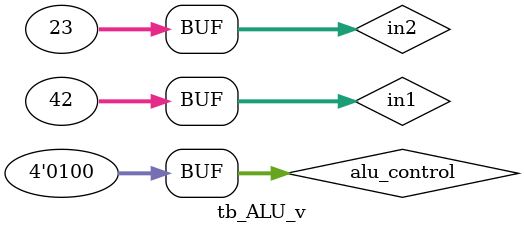
<source format=v>
`timescale 1ns / 1ps

module tb_ALU_v;

    // Inputs
    reg [31:0] in1;
    reg [31:0] in2;
    reg [3:0] alu_control;

    // Outputs
    wire [31:0] alu_result;
    wire zero_flag;

    // Instantiate the Unit Under Test (UUT)
    ALU uut (
        .in1(in1),
        .in2(in2),
        .alu_control(alu_control),
        .alu_result(alu_result),
        .zero_flag(zero_flag)
    );

    // Initialize inputs and apply stimulus
    initial begin
        // Initialize Inputs
        in1 = 32'd0;
        in2 = 32'd0;
        alu_control = 4'b0000;

        // Wait for 100 ns for global reset
        #100;

        // Add stimulus
        in1 = 32'd23; in2 = 32'd42; alu_control = 4'b0000;   // AND operation
        #20 in1 = 32'd23; in2 = 32'd42; alu_control = 4'b0001; // OR operation
        #20 in1 = 32'd23; in2 = 32'd42; alu_control = 4'b0010; // ADD operation
        #20 in1 = 32'd23; in2 = 32'd42; alu_control = 4'b0100; // XOR operation
        #20 in1 = 32'd23; in2 = 32'd42; alu_control = 4'b1000; // SUB operation
        #20 in1 = 32'd42; in2 = 32'd23; alu_control = 4'b1000; // SUB operation (reverse)
        #20 in1 = 32'd42; in2 = 32'd23; alu_control = 4'b0100; // XOR operation (reverse)
    end

    // Monitor changes in values
    initial begin
        $monitor("Time: %0t | in1 = %d | in2 = %d | ALU_Control = %b | ALU_Result = %d | Zero_Flag = %b",
                 $time, in1, in2, alu_control, alu_result, zero_flag);
    end



endmodule


</source>
